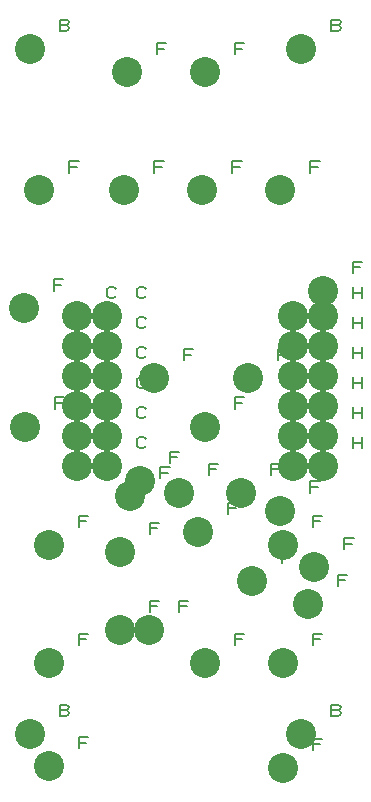
<source format=gbr>
G04 DesignSpark PCB PRO Gerber Version 10.0 Build 5299*
G04 #@! TF.Part,Single*
G04 #@! TF.FileFunction,Drillmap*
G04 #@! TF.FilePolarity,Positive*
%FSLAX35Y35*%
%MOIN*%
%ADD29C,0.00500*%
G04 #@! TA.AperFunction,ViaPad*
%ADD28C,0.10000*%
G04 #@! TD.AperFunction*
X0Y0D02*
D02*
D28*
X25984Y165748D03*
X26378Y126378D03*
X27953Y24016D03*
Y252362D03*
X31102Y205118D03*
X34252Y13189D03*
Y47638D03*
Y87008D03*
X43543Y113189D03*
Y123189D03*
Y133189D03*
Y143189D03*
Y153189D03*
Y163189D03*
X53543Y113189D03*
Y123189D03*
Y133189D03*
Y143189D03*
Y153189D03*
Y163189D03*
X57874Y58661D03*
Y84646D03*
X59449Y205118D03*
X60236Y244488D03*
X61417Y103150D03*
X64567Y108268D03*
X67717Y58661D03*
X69291Y142520D03*
X77559Y104331D03*
X84055Y91339D03*
X85433Y205118D03*
X86220Y47638D03*
Y126378D03*
Y244488D03*
X98425Y104331D03*
X100787Y142520D03*
X101969Y74803D03*
X111417Y98382D03*
Y205118D03*
X112205Y12598D03*
Y47638D03*
Y87008D03*
X115591Y113189D03*
Y123189D03*
Y133189D03*
Y143189D03*
Y153189D03*
Y163189D03*
X118504Y24016D03*
Y252362D03*
X120669Y67323D03*
X122835Y79528D03*
X125591Y113189D03*
Y123189D03*
Y133189D03*
Y143189D03*
Y153189D03*
Y163189D03*
Y171654D03*
D02*
D29*
X35984Y171685D02*
Y175435D01*
X39109D01*
X38484Y173561D02*
X35984D01*
X36378Y132315D02*
Y136065D01*
X39503D01*
X38878Y134191D02*
X36378D01*
X40140Y31828D02*
X40765Y31516D01*
X41078Y30891D01*
X40765Y30266D01*
X40140Y29953D01*
X37953D01*
Y33703D01*
X40140D01*
X40765Y33391D01*
X41078Y32766D01*
X40765Y32141D01*
X40140Y31828D01*
X37953D01*
X40140Y260175D02*
X40765Y259862D01*
X41078Y259237D01*
X40765Y258612D01*
X40140Y258300D01*
X37953D01*
Y262050D01*
X40140D01*
X40765Y261737D01*
X41078Y261112D01*
X40765Y260487D01*
X40140Y260175D01*
X37953D01*
X41102Y211056D02*
Y214806D01*
X44228D01*
X43602Y212931D02*
X41102D01*
X44252Y19126D02*
Y22876D01*
X47377D01*
X46752Y21002D02*
X44252D01*
Y53575D02*
Y57325D01*
X47377D01*
X46752Y55450D02*
X44252D01*
Y92945D02*
Y96695D01*
X47377D01*
X46752Y94820D02*
X44252D01*
X56669Y119752D02*
X56356Y119439D01*
X55731Y119126D01*
X54793D01*
X54169Y119439D01*
X53856Y119752D01*
X53543Y120376D01*
Y121626D01*
X53856Y122252D01*
X54169Y122564D01*
X54793Y122876D01*
X55731D01*
X56356Y122564D01*
X56669Y122252D01*
Y129752D02*
X56356Y129439D01*
X55731Y129126D01*
X54793D01*
X54169Y129439D01*
X53856Y129752D01*
X53543Y130376D01*
Y131626D01*
X53856Y132252D01*
X54169Y132564D01*
X54793Y132876D01*
X55731D01*
X56356Y132564D01*
X56669Y132252D01*
Y139752D02*
X56356Y139439D01*
X55731Y139126D01*
X54793D01*
X54169Y139439D01*
X53856Y139752D01*
X53543Y140376D01*
Y141626D01*
X53856Y142252D01*
X54169Y142564D01*
X54793Y142876D01*
X55731D01*
X56356Y142564D01*
X56669Y142252D01*
Y149752D02*
X56356Y149439D01*
X55731Y149126D01*
X54793D01*
X54169Y149439D01*
X53856Y149752D01*
X53543Y150376D01*
Y151626D01*
X53856Y152252D01*
X54169Y152564D01*
X54793Y152876D01*
X55731D01*
X56356Y152564D01*
X56669Y152252D01*
Y159752D02*
X56356Y159439D01*
X55731Y159126D01*
X54793D01*
X54169Y159439D01*
X53856Y159752D01*
X53543Y160376D01*
Y161626D01*
X53856Y162252D01*
X54169Y162564D01*
X54793Y162876D01*
X55731D01*
X56356Y162564D01*
X56669Y162252D01*
Y169752D02*
X56356Y169439D01*
X55731Y169126D01*
X54793D01*
X54169Y169439D01*
X53856Y169752D01*
X53543Y170376D01*
Y171626D01*
X53856Y172252D01*
X54169Y172564D01*
X54793Y172876D01*
X55731D01*
X56356Y172564D01*
X56669Y172252D01*
X66669Y119752D02*
X66356Y119439D01*
X65731Y119126D01*
X64793D01*
X64169Y119439D01*
X63856Y119752D01*
X63543Y120376D01*
Y121626D01*
X63856Y122252D01*
X64169Y122564D01*
X64793Y122876D01*
X65731D01*
X66356Y122564D01*
X66669Y122252D01*
Y129752D02*
X66356Y129439D01*
X65731Y129126D01*
X64793D01*
X64169Y129439D01*
X63856Y129752D01*
X63543Y130376D01*
Y131626D01*
X63856Y132252D01*
X64169Y132564D01*
X64793Y132876D01*
X65731D01*
X66356Y132564D01*
X66669Y132252D01*
Y139752D02*
X66356Y139439D01*
X65731Y139126D01*
X64793D01*
X64169Y139439D01*
X63856Y139752D01*
X63543Y140376D01*
Y141626D01*
X63856Y142252D01*
X64169Y142564D01*
X64793Y142876D01*
X65731D01*
X66356Y142564D01*
X66669Y142252D01*
Y149752D02*
X66356Y149439D01*
X65731Y149126D01*
X64793D01*
X64169Y149439D01*
X63856Y149752D01*
X63543Y150376D01*
Y151626D01*
X63856Y152252D01*
X64169Y152564D01*
X64793Y152876D01*
X65731D01*
X66356Y152564D01*
X66669Y152252D01*
Y159752D02*
X66356Y159439D01*
X65731Y159126D01*
X64793D01*
X64169Y159439D01*
X63856Y159752D01*
X63543Y160376D01*
Y161626D01*
X63856Y162252D01*
X64169Y162564D01*
X64793Y162876D01*
X65731D01*
X66356Y162564D01*
X66669Y162252D01*
Y169752D02*
X66356Y169439D01*
X65731Y169126D01*
X64793D01*
X64169Y169439D01*
X63856Y169752D01*
X63543Y170376D01*
Y171626D01*
X63856Y172252D01*
X64169Y172564D01*
X64793Y172876D01*
X65731D01*
X66356Y172564D01*
X66669Y172252D01*
X67874Y64599D02*
Y68349D01*
X70999D01*
X70374Y66474D02*
X67874D01*
Y90583D02*
Y94333D01*
X70999D01*
X70374Y92458D02*
X67874D01*
X69449Y211056D02*
Y214806D01*
X72574D01*
X71949Y212931D02*
X69449D01*
X70236Y250426D02*
Y254176D01*
X73361D01*
X72736Y252301D02*
X70236D01*
X71417Y109087D02*
Y112837D01*
X74543D01*
X73917Y110962D02*
X71417D01*
X74567Y114205D02*
Y117955D01*
X77692D01*
X77067Y116080D02*
X74567D01*
X77717Y64599D02*
Y68349D01*
X80842D01*
X80217Y66474D02*
X77717D01*
X79291Y148457D02*
Y152207D01*
X82417D01*
X81791Y150332D02*
X79291D01*
X87559Y110268D02*
Y114018D01*
X90684D01*
X90059Y112143D02*
X87559D01*
X94055Y97276D02*
Y101026D01*
X97180D01*
X96555Y99151D02*
X94055D01*
X95433Y211056D02*
Y214806D01*
X98558D01*
X97933Y212931D02*
X95433D01*
X96220Y53575D02*
Y57325D01*
X99346D01*
X98720Y55450D02*
X96220D01*
Y132315D02*
Y136065D01*
X99346D01*
X98720Y134191D02*
X96220D01*
Y250426D02*
Y254176D01*
X99346D01*
X98720Y252301D02*
X96220D01*
X108425Y110268D02*
Y114018D01*
X111550D01*
X110925Y112143D02*
X108425D01*
X110787Y148457D02*
Y152207D01*
X113913D01*
X113287Y150332D02*
X110787D01*
X111969Y80741D02*
Y84491D01*
X115094D01*
X114469Y82616D02*
X111969D01*
X121417Y104319D02*
Y108069D01*
X124543D01*
X123917Y106194D02*
X121417D01*
Y211056D02*
Y214806D01*
X124543D01*
X123917Y212931D02*
X121417D01*
X122205Y18536D02*
Y22286D01*
X125330D01*
X124705Y20411D02*
X122205D01*
Y53575D02*
Y57325D01*
X125330D01*
X124705Y55450D02*
X122205D01*
Y92945D02*
Y96695D01*
X125330D01*
X124705Y94820D02*
X122205D01*
X125591Y119126D02*
Y122876D01*
Y121002D02*
X128716D01*
Y119126D02*
Y122876D01*
X125591Y129126D02*
Y132876D01*
Y131002D02*
X128716D01*
Y129126D02*
Y132876D01*
X125591Y139126D02*
Y142876D01*
Y141002D02*
X128716D01*
Y139126D02*
Y142876D01*
X125591Y149126D02*
Y152876D01*
Y151002D02*
X128716D01*
Y149126D02*
Y152876D01*
X125591Y159126D02*
Y162876D01*
Y161002D02*
X128716D01*
Y159126D02*
Y162876D01*
X125591Y169126D02*
Y172876D01*
Y171002D02*
X128716D01*
Y169126D02*
Y172876D01*
X130691Y31828D02*
X131317Y31516D01*
X131629Y30891D01*
X131317Y30266D01*
X130691Y29953D01*
X128504D01*
Y33703D01*
X130691D01*
X131317Y33391D01*
X131629Y32766D01*
X131317Y32141D01*
X130691Y31828D01*
X128504D01*
X130691Y260175D02*
X131317Y259862D01*
X131629Y259237D01*
X131317Y258612D01*
X130691Y258300D01*
X128504D01*
Y262050D01*
X130691D01*
X131317Y261737D01*
X131629Y261112D01*
X131317Y260487D01*
X130691Y260175D01*
X128504D01*
X130669Y73260D02*
Y77010D01*
X133794D01*
X133169Y75135D02*
X130669D01*
X132835Y85465D02*
Y89215D01*
X135960D01*
X135335Y87340D02*
X132835D01*
X135591Y119126D02*
Y122876D01*
Y121002D02*
X138716D01*
Y119126D02*
Y122876D01*
X135591Y129126D02*
Y132876D01*
Y131002D02*
X138716D01*
Y129126D02*
Y132876D01*
X135591Y139126D02*
Y142876D01*
Y141002D02*
X138716D01*
Y139126D02*
Y142876D01*
X135591Y149126D02*
Y152876D01*
Y151002D02*
X138716D01*
Y149126D02*
Y152876D01*
X135591Y159126D02*
Y162876D01*
Y161002D02*
X138716D01*
Y159126D02*
Y162876D01*
X135591Y169126D02*
Y172876D01*
Y171002D02*
X138716D01*
Y169126D02*
Y172876D01*
X135591Y177591D02*
Y181341D01*
X138716D01*
X138091Y179466D02*
X135591D01*
X0Y0D02*
M02*

</source>
